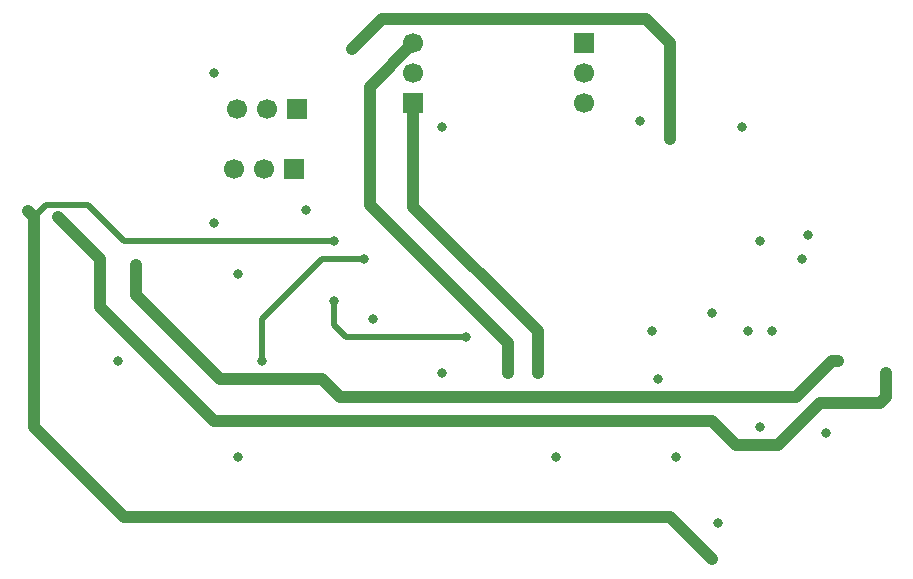
<source format=gbr>
%TF.GenerationSoftware,KiCad,Pcbnew,9.0.2*%
%TF.CreationDate,2025-12-24T14:08:25+02:00*%
%TF.ProjectId,party_line,70617274-795f-46c6-996e-652e6b696361,rev?*%
%TF.SameCoordinates,Original*%
%TF.FileFunction,Copper,L4,Bot*%
%TF.FilePolarity,Positive*%
%FSLAX46Y46*%
G04 Gerber Fmt 4.6, Leading zero omitted, Abs format (unit mm)*
G04 Created by KiCad (PCBNEW 9.0.2) date 2025-12-24 14:08:25*
%MOMM*%
%LPD*%
G01*
G04 APERTURE LIST*
%TA.AperFunction,ComponentPad*%
%ADD10R,1.700000X1.700000*%
%TD*%
%TA.AperFunction,ComponentPad*%
%ADD11C,1.700000*%
%TD*%
%TA.AperFunction,ViaPad*%
%ADD12C,0.800000*%
%TD*%
%TA.AperFunction,Conductor*%
%ADD13C,1.000000*%
%TD*%
%TA.AperFunction,Conductor*%
%ADD14C,0.500000*%
%TD*%
G04 APERTURE END LIST*
D10*
%TO.P,RV3,1,1*%
%TO.N,Net-(SW1-B)*%
X119110000Y-76200000D03*
D11*
%TO.P,RV3,2,2*%
%TO.N,Net-(U2--)*%
X116570000Y-76200000D03*
%TO.P,RV3,3,3*%
%TO.N,GND*%
X114030000Y-76200000D03*
%TD*%
D10*
%TO.P,SW2,1,A*%
%TO.N,PIn_B*%
X129159000Y-70612000D03*
D11*
%TO.P,SW2,2,B*%
%TO.N,Net-(SW2-B)*%
X129159000Y-68072000D03*
%TO.P,SW2,3,C*%
%TO.N,PIn_A*%
X129159000Y-65532000D03*
%TD*%
D10*
%TO.P,RV2,1,1*%
%TO.N,Net-(C7-Pad2)*%
X143637000Y-65532000D03*
D11*
%TO.P,RV2,2,2*%
%TO.N,Net-(U2-+)*%
X143637000Y-68072000D03*
%TO.P,RV2,3,3*%
%TO.N,GND*%
X143637000Y-70612000D03*
%TD*%
D10*
%TO.P,SW1,1,A*%
%TO.N,Net-(SW1-A)*%
X119335000Y-71120000D03*
D11*
%TO.P,SW1,2,B*%
%TO.N,Net-(SW1-B)*%
X116795000Y-71120000D03*
%TO.P,SW1,3,C*%
%TO.N,Net-(SW1-C)*%
X114255000Y-71120000D03*
%TD*%
D12*
%TO.N,GND*%
X131572000Y-72644000D03*
X131572000Y-93472000D03*
X162560000Y-81788000D03*
%TO.N,PBus*%
X165100000Y-92456000D03*
%TO.N,IBus*%
X169164000Y-93472000D03*
%TO.N,PIn_A*%
X137160000Y-93472000D03*
%TO.N,PIn_B*%
X139700000Y-93472000D03*
%TO.N,GND*%
X141224000Y-100584000D03*
X151384000Y-100584000D03*
X114300000Y-100584000D03*
X104140000Y-92456000D03*
%TO.N,PBus*%
X105664000Y-84328000D03*
%TO.N,IBus*%
X99060000Y-80264000D03*
%TO.N,+12V*%
X96520000Y-79756000D03*
%TO.N,VCC*%
X158496000Y-82296000D03*
X154940000Y-106172000D03*
%TO.N,Net-(C3-Pad2)*%
X150876000Y-73660000D03*
X123952000Y-66040000D03*
%TO.N,+12V*%
X122428000Y-82296000D03*
X154432000Y-109220000D03*
%TO.N,Net-(U2-+)*%
X122428000Y-87376000D03*
X133604000Y-90424000D03*
%TO.N,GND*%
X120103500Y-79651500D03*
X156972000Y-72644000D03*
X159512000Y-89916000D03*
X158496000Y-98044000D03*
X164084000Y-98552000D03*
X162052000Y-83820000D03*
X154432000Y-88392000D03*
X157480000Y-89916000D03*
X149352000Y-89916000D03*
X149860000Y-93980000D03*
X148336000Y-72136000D03*
X112268000Y-68072000D03*
X112268000Y-80772000D03*
X114300000Y-85090000D03*
X125730000Y-88900000D03*
%TO.N,Net-(C12-Pad2)*%
X116332000Y-92456000D03*
X124968000Y-83820000D03*
%TD*%
D13*
%TO.N,PBus*%
X164592000Y-92456000D02*
X165100000Y-92456000D01*
X162560000Y-94488000D02*
X164592000Y-92456000D01*
%TO.N,IBus*%
X169164000Y-95504000D02*
X169164000Y-93472000D01*
X168656000Y-96012000D02*
X169164000Y-95504000D01*
%TO.N,PBus*%
X105664000Y-86868000D02*
X105664000Y-84328000D01*
%TO.N,IBus*%
X102108000Y-83312000D02*
X99060000Y-80264000D01*
D14*
%TO.N,+12V*%
X98044000Y-79248000D02*
X97028000Y-80264000D01*
X104648000Y-82296000D02*
X101600000Y-79248000D01*
X122428000Y-82296000D02*
X104648000Y-82296000D01*
X101600000Y-79248000D02*
X98044000Y-79248000D01*
D13*
X97028000Y-80264000D02*
X96520000Y-79756000D01*
X97028000Y-94996000D02*
X97028000Y-80264000D01*
%TO.N,PIn_B*%
X129159000Y-79375000D02*
X129159000Y-70612000D01*
X139700000Y-93472000D02*
X139700000Y-89916000D01*
X139700000Y-89916000D02*
X129159000Y-79375000D01*
%TO.N,PIn_A*%
X125476000Y-79248000D02*
X125476000Y-69215000D01*
X137160000Y-90932000D02*
X125476000Y-79248000D01*
X125476000Y-69215000D02*
X129159000Y-65532000D01*
X137160000Y-93472000D02*
X137160000Y-90932000D01*
%TO.N,Net-(C3-Pad2)*%
X150876000Y-65532000D02*
X150876000Y-73660000D01*
X150368000Y-65024000D02*
X150876000Y-65532000D01*
X146304000Y-63500000D02*
X148844000Y-63500000D01*
X123952000Y-66040000D02*
X126492000Y-63500000D01*
X126492000Y-63500000D02*
X146304000Y-63500000D01*
X148844000Y-63500000D02*
X150368000Y-65024000D01*
%TO.N,+12V*%
X97028000Y-98044000D02*
X97028000Y-94996000D01*
X150368000Y-105664000D02*
X104648000Y-105664000D01*
X104648000Y-105664000D02*
X97028000Y-98044000D01*
X150876000Y-105664000D02*
X150368000Y-105664000D01*
X154432000Y-109220000D02*
X150876000Y-105664000D01*
%TO.N,IBus*%
X102616000Y-83820000D02*
X102108000Y-83312000D01*
X102616000Y-84328000D02*
X102616000Y-83820000D01*
X102616000Y-87884000D02*
X102616000Y-84328000D01*
X109220000Y-94488000D02*
X102616000Y-87884000D01*
X112268000Y-97536000D02*
X109220000Y-94488000D01*
X154432000Y-97536000D02*
X112268000Y-97536000D01*
X156972000Y-99568000D02*
X156464000Y-99568000D01*
X156464000Y-99568000D02*
X154432000Y-97536000D01*
X160020000Y-99568000D02*
X156972000Y-99568000D01*
X161036000Y-98552000D02*
X160020000Y-99568000D01*
X168656000Y-96012000D02*
X163576000Y-96012000D01*
X163576000Y-96012000D02*
X161036000Y-98552000D01*
%TO.N,PBus*%
X112776000Y-93980000D02*
X105664000Y-86868000D01*
X121412000Y-93980000D02*
X112776000Y-93980000D01*
X161544000Y-95504000D02*
X150876000Y-95504000D01*
X122936000Y-95504000D02*
X121412000Y-93980000D01*
X162560000Y-94488000D02*
X161544000Y-95504000D01*
X150876000Y-95504000D02*
X122936000Y-95504000D01*
D14*
%TO.N,Net-(U2-+)*%
X122428000Y-89408000D02*
X122428000Y-87376000D01*
X122936000Y-89916000D02*
X122428000Y-89408000D01*
X123444000Y-90424000D02*
X122936000Y-89916000D01*
X133604000Y-90424000D02*
X123444000Y-90424000D01*
%TO.N,Net-(C12-Pad2)*%
X119380000Y-85852000D02*
X121412000Y-83820000D01*
X121412000Y-83820000D02*
X124968000Y-83820000D01*
X116332000Y-92456000D02*
X116332000Y-88900000D01*
X116332000Y-88900000D02*
X119380000Y-85852000D01*
%TD*%
M02*

</source>
